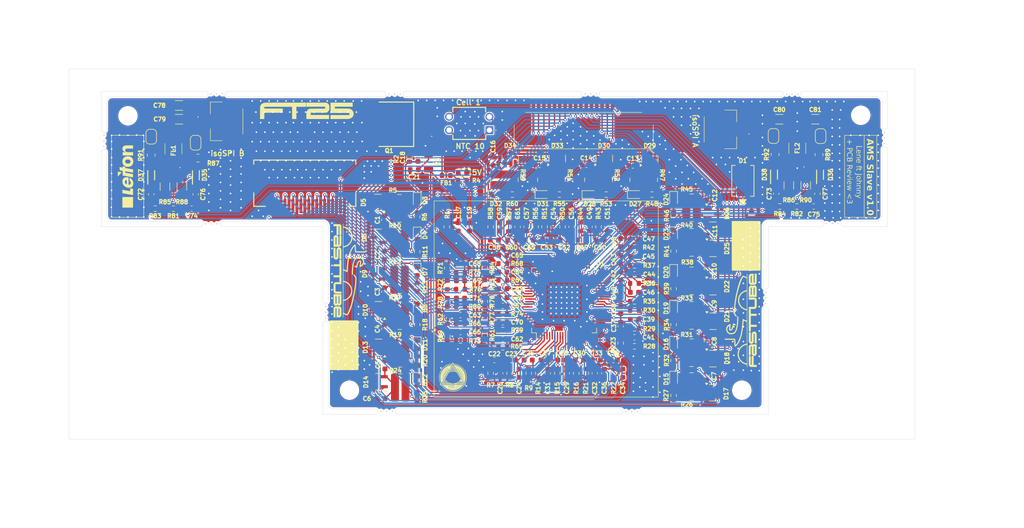
<source format=kicad_pcb>
(kicad_pcb
	(version 20240108)
	(generator "pcbnew")
	(generator_version "8.0")
	(general
		(thickness 1.6)
		(legacy_teardrops no)
	)
	(paper "A4")
	(layers
		(0 "F.Cu" signal)
		(1 "In1.Cu" signal)
		(2 "In2.Cu" signal)
		(31 "B.Cu" signal)
		(32 "B.Adhes" user "B.Adhesive")
		(33 "F.Adhes" user "F.Adhesive")
		(34 "B.Paste" user)
		(35 "F.Paste" user)
		(36 "B.SilkS" user "B.Silkscreen")
		(37 "F.SilkS" user "F.Silkscreen")
		(38 "B.Mask" user)
		(39 "F.Mask" user)
		(40 "Dwgs.User" user "User.Drawings")
		(41 "Cmts.User" user "User.Comments")
		(42 "Eco1.User" user "User.Eco1")
		(43 "Eco2.User" user "User.Eco2")
		(44 "Edge.Cuts" user)
		(45 "Margin" user)
		(46 "B.CrtYd" user "B.Courtyard")
		(47 "F.CrtYd" user "F.Courtyard")
		(48 "B.Fab" user)
		(49 "F.Fab" user)
		(50 "User.1" user)
		(51 "User.2" user)
		(52 "User.3" user)
		(53 "User.4" user)
		(54 "User.5" user)
		(55 "User.6" user)
		(56 "User.7" user)
		(57 "User.8" user)
		(58 "User.9" user)
	)
	(setup
		(stackup
			(layer "F.SilkS"
				(type "Top Silk Screen")
			)
			(layer "F.Paste"
				(type "Top Solder Paste")
			)
			(layer "F.Mask"
				(type "Top Solder Mask")
				(thickness 0.01)
			)
			(layer "F.Cu"
				(type "copper")
				(thickness 0.035)
			)
			(layer "dielectric 1"
				(type "prepreg")
				(thickness 0.1)
				(material "FR4")
				(epsilon_r 4.5)
				(loss_tangent 0.02)
			)
			(layer "In1.Cu"
				(type "copper")
				(thickness 0.035)
			)
			(layer "dielectric 2"
				(type "core")
				(thickness 1.24)
				(material "FR4")
				(epsilon_r 4.5)
				(loss_tangent 0.02)
			)
			(layer "In2.Cu"
				(type "copper")
				(thickness 0.035)
			)
			(layer "dielectric 3"
				(type "prepreg")
				(thickness 0.1)
				(material "FR4")
				(epsilon_r 4.5)
				(loss_tangent 0.02)
			)
			(layer "B.Cu"
				(type "copper")
				(thickness 0.035)
			)
			(layer "B.Mask"
				(type "Bottom Solder Mask")
				(thickness 0.01)
			)
			(layer "B.Paste"
				(type "Bottom Solder Paste")
			)
			(layer "B.SilkS"
				(type "Bottom Silk Screen")
			)
			(copper_finish "None")
			(dielectric_constraints no)
		)
		(pad_to_mask_clearance 0)
		(allow_soldermask_bridges_in_footprints no)
		(pcbplotparams
			(layerselection 0x00010fc_ffffffff)
			(plot_on_all_layers_selection 0x0000000_00000000)
			(disableapertmacros no)
			(usegerberextensions no)
			(usegerberattributes yes)
			(usegerberadvancedattributes yes)
			(creategerberjobfile no)
			(dashed_line_dash_ratio 12.000000)
			(dashed_line_gap_ratio 3.000000)
			(svgprecision 4)
			(plotframeref no)
			(viasonmask no)
			(mode 1)
			(useauxorigin yes)
			(hpglpennumber 1)
			(hpglpenspeed 20)
			(hpglpendiameter 15.000000)
			(pdf_front_fp_property_popups yes)
			(pdf_back_fp_property_popups yes)
			(dxfpolygonmode yes)
			(dxfimperialunits yes)
			(dxfusepcbnewfont yes)
			(psnegative no)
			(psa4output no)
			(plotreference yes)
			(plotvalue no)
			(plotfptext yes)
			(plotinvisibletext no)
			(sketchpadsonfab no)
			(subtractmaskfromsilk yes)
			(outputformat 1)
			(mirror no)
			(drillshape 0)
			(scaleselection 1)
			(outputdirectory "gerber/")
		)
	)
	(net 0 "")
	(net 1 "GND")
	(net 2 "Net-(U1-V+)")
	(net 3 "Net-(U1-DRIVE)")
	(net 4 "Net-(U1-VREF1)")
	(net 5 "+5V")
	(net 6 "/FilterBalancingNetwork/CB")
	(net 7 "/FilterBalancingNetwork/CB:A")
	(net 8 "/FilterBalancingNetwork/CA")
	(net 9 "/Cell 15{slash}16")
	(net 10 "/S16P")
	(net 11 "/S15P")
	(net 12 "/Cell 15{slash}14")
	(net 13 "/FilterBalancingNetwork1/CB:A")
	(net 14 "/FilterBalancingNetwork1/CB")
	(net 15 "/FilterBalancingNetwork1/CA")
	(net 16 "/S14P")
	(net 17 "/Cell 14{slash}13")
	(net 18 "/S13P")
	(net 19 "/Cell 13{slash}12")
	(net 20 "/FilterBalancingNetwork2/CB")
	(net 21 "/FilterBalancingNetwork2/CB:A")
	(net 22 "/FilterBalancingNetwork2/CA")
	(net 23 "/S12P")
	(net 24 "/Cell 12{slash}11")
	(net 25 "/S11P")
	(net 26 "/Cell 11{slash}10")
	(net 27 "/FilterBalancingNetwork3/CB")
	(net 28 "/FilterBalancingNetwork3/CB:A")
	(net 29 "/FilterBalancingNetwork3/CA")
	(net 30 "/Cell 10{slash}9")
	(net 31 "/S10P")
	(net 32 "/S9P")
	(net 33 "/Cell 9{slash}8")
	(net 34 "/FilterBalancingNetwork4/CB")
	(net 35 "/FilterBalancingNetwork4/CB:A")
	(net 36 "/FilterBalancingNetwork4/CA")
	(net 37 "/Cell 8{slash}7")
	(net 38 "/S8P")
	(net 39 "/Cell 7{slash}6")
	(net 40 "/S7P")
	(net 41 "/FilterBalancingNetwork5/CB:A")
	(net 42 "/FilterBalancingNetwork5/CB")
	(net 43 "/FilterBalancingNetwork5/CA")
	(net 44 "/Cell 6{slash}5")
	(net 45 "/S6P")
	(net 46 "/S5P")
	(net 47 "/Cell 5{slash}4")
	(net 48 "/FilterBalancingNetwork6/CB:A")
	(net 49 "/FilterBalancingNetwork6/CB")
	(net 50 "/FilterBalancingNetwork6/CA")
	(net 51 "/Cell 4{slash}3")
	(net 52 "/S4P")
	(net 53 "/S3P")
	(net 54 "/Cell 3{slash}2")
	(net 55 "/FilterBalancingNetwork7/CB")
	(net 56 "/FilterBalancingNetwork7/CB:A")
	(net 57 "/FilterBalancingNetwork7/CA")
	(net 58 "/Cell 2{slash}1")
	(net 59 "/S2P")
	(net 60 "/S1P")
	(net 61 "/NTC/V_out_1")
	(net 62 "/NTC/V_out_4")
	(net 63 "/NTC/V_out_7")
	(net 64 "/NTC/V_out_9")
	(net 65 "/NTC/V_out_2")
	(net 66 "/NTC/V_out_5")
	(net 67 "/NTC/V_out_10")
	(net 68 "/NTC/V_out_8")
	(net 69 "/NTC/V_out_3")
	(net 70 "/NTC/V_out_6")
	(net 71 "Clamp")
	(net 72 "/Cell 16")
	(net 73 "VBUS")
	(net 74 "+5V_NTC")
	(net 75 "unconnected-(U1-NC-Pad66)")
	(net 76 "/isoSPI/IPB")
	(net 77 "/isoSPI/IMA")
	(net 78 "/isoSPI/IMB")
	(net 79 "/isoSPI/IPA")
	(net 80 "Net-(C76-Pad2)")
	(net 81 "Net-(C77-Pad2)")
	(net 82 "Net-(J10-Pin_1)")
	(net 83 "Net-(JP1-B)")
	(net 84 "Net-(J10-Pin_2)")
	(net 85 "Net-(JP2-B)")
	(net 86 "Net-(JP3-B)")
	(net 87 "Net-(JP4-B)")
	(net 88 "Net-(D2-A)")
	(net 89 "Net-(D3-A)")
	(net 90 "Net-(D4-A)")
	(net 91 "Net-(D7-A)")
	(net 92 "Net-(D11-A)")
	(net 93 "Net-(D12-A)")
	(net 94 "/NTC/NTC2")
	(net 95 "/NTC/NTC3")
	(net 96 "/NTC/NTC1")
	(net 97 "/NTC/NTC6")
	(net 98 "/NTC/NTC4")
	(net 99 "/NTC/NTC5")
	(net 100 "/NTC/NTC9")
	(net 101 "/NTC/NTC7")
	(net 102 "/C2{slash}1_out")
	(net 103 "Net-(Q1-C)")
	(net 104 "Net-(D15-A)")
	(net 105 "Net-(D16-A)")
	(net 106 "Net-(D8-A)")
	(net 107 "Net-(D19-A)")
	(net 108 "Net-(D20-A)")
	(net 109 "Net-(D23-A)")
	(net 110 "Net-(D24-A)")
	(net 111 "Net-(D27-A)")
	(net 112 "Net-(D28-A)")
	(net 113 "Net-(D31-A)")
	(net 114 "Net-(D32-A)")
	(net 115 "Net-(D35-A2)")
	(net 116 "Net-(D36-A2)")
	(net 117 "Net-(D37-A2)")
	(net 118 "Net-(D38-A2)")
	(net 119 "Net-(JP1-A)")
	(net 120 "Net-(JP2-A)")
	(net 121 "Net-(JP3-A)")
	(net 122 "Net-(JP4-A)")
	(net 123 "Net-(Q1-E)")
	(net 124 "Net-(Q1-B)")
	(net 125 "/NTC/NTC8")
	(net 126 "NTC10_out")
	(net 127 "NTC10")
	(net 128 "Net-(J8-Pin_1)")
	(net 129 "Net-(J8-Pin_2)")
	(footprint "Capacitor_SMD:C_0603_1608Metric" (layer "F.Cu") (at 139.3 108.45 180))
	(footprint (layer "F.Cu") (at 86.25 74.75 90))
	(footprint "Resistor_SMD:R_0603_1608Metric" (layer "F.Cu") (at 161.6 121.9 90))
	(footprint "Resistor_SMD:R_0603_1608Metric" (layer "F.Cu") (at 139.3 119.45))
	(footprint "Capacitor_SMD:C_0603_1608Metric" (layer "F.Cu") (at 177.9 121.5 90))
	(footprint "Resistor_SMD:R_0603_1608Metric" (layer "F.Cu") (at 144.2 127.599999 90))
	(footprint "Resistor_SMD:R_0603_1608Metric" (layer "F.Cu") (at 158.8625 93.8 180))
	(footprint "Capacitor_SMD:C_0603_1608Metric" (layer "F.Cu") (at 116.9 105.3 -90))
	(footprint "Package_TO_SOT_SMD:SOT-23" (layer "F.Cu") (at 167.1 87.1 90))
	(footprint "Resistor_SMD:R_0603_1608Metric" (layer "F.Cu") (at 146 127.600001 90))
	(footprint "Resistor_SMD:R_0603_1608Metric" (layer "F.Cu") (at 164.2 103.8 180))
	(footprint "LED_SMD:LED_0603_1608Metric" (layer "F.Cu") (at 123.1 108.299999 -90))
	(footprint "Capacitor_SMD:C_0603_1608Metric" (layer "F.Cu") (at 122.55 89.1 180))
	(footprint "Resistor_SMD:R_1206_3216Metric" (layer "F.Cu") (at 196.6 92.05 90))
	(footprint "Capacitor_SMD:C_0603_1608Metric" (layer "F.Cu") (at 131.3 110.1 180))
	(footprint "Resistor_SMD:R_0603_1608Metric" (layer "F.Cu") (at 139.3 116.4))
	(footprint (layer "F.Cu") (at 105.8 115 180))
	(footprint "Package_TO_SOT_SMD:SOT-23" (layer "F.Cu") (at 115.6625 95.3 180))
	(footprint (layer "F.Cu") (at 119.95 74.8 90))
	(footprint "FaSTTUBe_logos:FTLogo_small" (layer "F.Cu") (at 184.3 117.6 90))
	(footprint "Resistor_SMD:R_0603_1608Metric" (layer "F.Cu") (at 73.55 96.45))
	(footprint "LED_SMD:LED_0603_1608Metric" (layer "F.Cu") (at 123.1 122.2 -90))
	(footprint "Resistor_SMD:R_0603_1608Metric" (layer "F.Cu") (at 140.4 99.9 -90))
	(footprint "Slave:DLW43SH101XK2L" (layer "F.Cu") (at 77 85.15 90))
	(footprint "Capacitor_SMD:C_0603_1608Metric" (layer "F.Cu") (at 152.3 99.9 90))
	(footprint "Slave:Balancing" (layer "F.Cu") (at 119.8 117.25 180))
	(footprint "Resistor_SMD:R_0603_1608Metric" (layer "F.Cu") (at 137 127.600001 90))
	(footprint (layer "F.Cu") (at 63.85 83.65 180))
	(footprint "Capacitor_SMD:C_0603_1608Metric" (layer "F.Cu") (at 137.7 125.1))
	(footprint "Capacitor_SMD:C_0603_1608Metric" (layer "F.Cu") (at 139.3 117.95 180))
	(footprint (layer "F.Cu") (at 118.85 74.8 90))
	(footprint "Resistor_SMD:R_0805_2012Metric" (layer "F.Cu") (at 81.65 86.9 180))
	(footprint "Jumper:SolderJumper-2_P1.3mm_Open_RoundedPad1.0x1.5mm" (layer "F.Cu") (at 81.2 84 90))
	(footprint "Slave:illuminati"
		(layer "F.Cu")
		(uuid "20998059-b057-4418-a5aa-f14ac78fedf3")
		(at 129.85 128.3)
		(property "Reference" "G***"
			(at 0 0 0)
			(layer "F.SilkS")
			(hide yes)
			(uuid "c68e5fd3-f700-4bd4-adbc-031273388dcf")
			(effects
				(font
					(size 1.5 1.5)
					(thickness 0.3)
				)
			)
		)
		(property "Value" "LOGO"
			(at 0.75 0 0)
			(layer "F.SilkS")
			(hide yes)
			(uuid "b163ef90-926c-4520-99a5-733037a6fb85")
			(effects
				(font
					(size 1.5 1.5)
					(thickness 0.3)
				)
			)
		)
		(property "Footprint" "Slave:illuminati"
			(at 0 0 0)
			(unlocked yes)
			(layer "F.Fab")
			(hide yes)
			(uuid "eae945ba-a4b4-474b-be02-438478b87b73")
			(effects
				(font
					(size 1.27 1.27)
				)
			)
		)
		(property "Datasheet" ""
			(at 0 0 0)
			(unlocked yes)
			(layer "F.Fab")
			(hide yes)
			(uuid "835a0fba-1b8a-40be-bdf9-f68d04afb878")
			(effects
				(font
					(size 1.27 1.27)
				)
			)
		)
		(property "Description" ""
			(at 0 0 0)
			(unlocked yes)
			(layer "F.Fab")
			(hide yes)
			(uuid "fda524db-4989-4af9-b0b2-0d65e27e4270")
			(effects
				(font
					(size 1.27 1.27)
				)
			)
		)
		(attr board_only exclude_from_pos_files exclude_from_bom)
		(fp_poly
			(pts
				(xy 0.015257 -2.323511) (xy 0.032802 -2.309948) (xy 0.054677 -2.282902) (xy 0.083633 -2.23874) (xy 0.122424 -2.173829)
				(xy 0.144827 -2.135136) (xy 0.184172 -2.066749) (xy 0.234577 -1.979115) (xy 0.292375 -1.878608)
				(xy 0.353902 -1.771603) (xy 0.415491 -1.664475) (xy 0.450715 -1.603199) (xy 0.497831 -1.521262)
				(xy 0.557304 -1.417884) (xy 0.626736 -1.297229) (xy 0.703731 -1.163461) (xy 0.785891 -1.020746)
				(xy 0.870819 -0.873247) (xy 0.956118 -0.72513) (xy 1.03939 -0.580558) (xy 1.041863 -0.576265) (xy 1.126651 -0.429044)
				(xy 1.214854 -0.275837) (xy 1.303854 -0.121191) (xy 1.391034 0.030342) (xy 1.473778 0.174215) (xy 1.549469 0.305878)
				(xy 1.615489 0.42078) (xy 1.666582 0.509773) (xy 1.729795 0.619887) (xy 1.794142 0.731884) (xy 1.856537 0.840402)
				(xy 1.913894 0.940074) (xy 1.963127 1.025537) (xy 2.001151 1.091424) (xy 2.005114 1.09828) (xy 2.048651 1.176314)
				(xy 2.081925 1.241613) (xy 2.103083 1.290273) (xy 2.110275 1.318386) (xy 2.110155 1.31992) (xy 2.105585 1.352007)
				(xy 0.006207 1.355752) (xy -0.240544 1.356123) (xy -0.47919 1.356348) (xy -0.708062 1.356432) (xy -0.925489 1.356379)
				(xy -1.129801 1.356194) (xy -1.319329 1.355883) (xy -1.492402 1.355449) (xy -1.64735 1.354898) (xy -1.782502 1.354236)
				(xy -1.89619 1.353465) (xy -1.986743 1.352592) (xy -2.05249 1.351622) (xy -2.091762 1.350559) (xy -2.103071 1.349595)
				(xy -2.107384 1.345355) (xy -2.110881 1.340807) (xy -2.112884 1.334719) (xy -2.112717 1.325864)
				(xy -2.109702 1.313009) (xy -2.103163 1.294927) (xy -2.092423 1.270387) (xy -2.076804 1.238159)
				(xy -2.058726 1.20303) (xy -1.931669 1.20303) (xy -1.925999 1.226838) (xy -1.920873 1.233812) (xy -1.899205 1.246622)
				(xy -1.865495 1.254394) (xy -1.828712 1.256889) (xy -1.797828 1.253867) (xy -1.781812 1.24509) (xy -1.782729 1.237493)
				(xy -1.802481 1.210928) (xy -1.830938 1.178445) (xy -1.860567 1.147946) (xy -1.883833 1.127333)
				(xy -1.891913 1.122979) (xy -1.904231 1.13514) (xy -1.919778 1.164681) (xy -1.92089 1.16732) (xy -1.931669 1.20303)
				(xy -2.058726 1.20303) (xy -2.055629 1.197013) (xy -2.028222 1.145719) (xy -1.993905 1.083049) (xy -1.959506 1.021253)
				(xy -1.833869 1.021253) (xy -1.719666 1.138608) (xy -1.669257 1.18986) (xy -1.63343 1.223487) (xy -1.606319 1.2432)
				(xy -1.582058 1.25271) (xy -1.554781 1.255726) (xy -1.534145 1.255963) (xy -1.492848 1.253215) (xy -1.467102 1.246214)
				(xy -1.462827 1.241187) (xy -1.472715 1.226827) (xy -1.47576 1.226411) (xy -1.490267 1.216443) (xy -1.521301 1.189058)
				(xy -1.564795 1.14803) (xy -1.616679 1.097135) (xy -1.636957 1.076794) (xy -1.785221 0.927177) (xy -1.809545 0.974215)
				(xy -1.833869 1.021253) (xy -1.959506 1.021253) (xy -1.952001 1.007771) (xy -1.901833 0.918656)
				(xy -1.842724 0.814474) (xy -1.839402 0.80865) (xy -1.707721 0.80865) (xy -1.705985 0.830367) (xy -1.690788 0.856562)
				(xy -1.659024 0.895852) (xy -1.657792 0.897311) (xy -1.56788 0.995763) (xy -1.465409 1.091735) (xy -1.366783 1.173612)
				(xy -1.316287 1.212924) (xy -1.280133 1.237116) (xy -1.249807 1.249799) (xy -1.216794 1.254586)
				(xy -1.174694 1.255106) (xy -1.126195 1.254366) (xy -1.103185 1.251781) (xy -1.101602 1.245335)
				(xy -1.117382 1.233011) (xy -1.122753 1.22933) (xy -1.340444 1.06278) (xy -1.526233 0.887514) (xy -1.578129 0.833867)
				(xy -1.622467 0.788825) (xy -1.655404 0.756236) (xy -1.673092 0.739945) (xy -1.674927 0.738802)
				(xy -1.684014 0.750872) (xy -1.698015 0.780189) (xy -1.699106 0.782797) (xy -1.707721 0.80865) (xy -1.839402 0.80865)
				(xy -1.773997 0.693996) (xy -1.734649 0.625278) (xy -1.597776 0.625278) (xy -1.589692 0.645854)
				(xy -1.569064 0.675173) (xy -1.533197 0.718707) (xy -1.508886 0.747305) (xy -1.378401 0.88665) (xy -1.236927 1.009673)
				(xy -1.077379 1.122146) (xy -0.966945 1.188729) (xy -0.909752 1.220614) (xy -0.86747 1.240354) (xy -0.829584 1.250864)
				(xy -0.785577 1.255059) (xy -0.724933 1.255853) (xy -0.724764 1.255853) (xy -0.670316 1.254587)
				(xy -0.631333 1.251109) (xy -0.613633 1.246062) (xy -0.613944 1.243629) (xy -0.617971 1.241399)
				(xy 0.618085 1.241399) (xy 0.626156 1.24994) (xy 0.663025 1.254655) (xy 0.721659 1.255963) (xy 0.794005 1.253809)
				(xy 0.84711 1.246198) (xy 0.851378 1.244761) (xy 1.101589 1.244761) (xy 1.104165 1.251494) (xy 1.127718 1.254438)
				(xy 1.173352 1.255305) (xy 1.222674 1.253994) (xy 1.259391 1.246374) (xy 1.262337 1.244881) (xy 1.46529 1.244881)
				(xy 1.475588 1.251191) (xy 1.507319 1.255204) (xy 1.533516 1.255963) (xy 1.566239 1.255188) (xy 1.591808 1.25037)
				(xy 1.592948 1.249779) (xy 1.773124 1.249779) (xy 1.785769 1.256638) (xy 1.816849 1.257627) (xy 1.856085 1.253857)
				(xy 1.893197 1.246441) (xy 1.917905 1.236487) (xy 1.920873 1.233812) (xy 1.931668 1.211129) (xy 1.926011 1.180482)
				(xy 1.92089 1.16732) (xy 1.90539 1.136893) (xy 1.892625 1.123057) (xy 1.891964 1.122979) (xy 1.877849 1.132975)
				(xy 1.851931 1.157798) (xy 1.821473 1.189697) (xy 1.79374 1.220919) (xy 1.775995 1.243716) (xy 1.773124 1.249779)
				(xy 1.592948 1.249779) (xy 1.616123 1.237768) (xy 1.645082 1.213641) (xy 1.684587 1.174248) (xy 1.719076 1.138305)
				(xy 1.831486 1.020648) (xy 1.80613 0.976469) (xy 1.780775 0.93229) (xy 1.625495 1.083044) (xy 1.570234 1.137105)
				(xy 1.522952 1.184136) (xy 1.487544 1.220203) (xy 1.467903 1.241373) (xy 1.46529 1.244881) (xy 1.262337 1.244881)
				(xy 1.295131 1.228261) (xy 1.341521 1.195473) (xy 1.343277 1.19416) (xy 1.385579 1.159933) (xy 1.437202 1.114266)
				(xy 1.494006 1.061294) (xy 1.551849 1.005156) (xy 1.606592 0.949987) (xy 1.654093 0.899924) (xy 1.690212 0.859105)
				(xy 1.710809 0.831665) (xy 1.71402 0.823769) (xy 1.706064 0.797929) (xy 1.690702 0.77119) (xy 1.680727 0.758376)
				(xy 1.670405 0.753238) (xy 1.655975 0.758379) (xy 1.633674 0.776402) (xy 1.599742 0.809911) (xy 1.550416 0.861508)
				(xy 1.531859 0.88111) (xy 1.466868 0.946432) (xy 1.394108 1.014218) (xy 1.323115 1.075841) (xy 1.270739 1.117336)
				(xy 1.215326 1.158399) (xy 1.166132 1.194897) (xy 1.129705 1.22197) (xy 1.115591 1.232499) (xy 1.101589 1.244761)
				(xy 0.851378 1.244761) (xy 0.891048 1.231405) (xy 0.905621 1.224467) (xy 1.054258 1.138454) (xy 1.204657 1.031674)
				(xy 1.348108 0.910994) (xy 1.475906 0.783283) (xy 1.501334 0.754602) (xy 1.609105 0.63003) (xy 1.584496 0.588372)
				(xy 1.565465 0.559869) (xy 1.552413 0.546802) (xy 1.551834 0.546713) (xy 1.539361 0.55741) (xy 1.514005 0.585595)
				(xy 1.481003 0.625414) (xy 1.477446 0.629859) (xy 1.381013 0.738864) (xy 1.26826 0.846537) (xy 1.144815 0.948738)
				(xy 1.016305 1.041326) (xy 0.888359 1.120163) (xy 0.766604 1.181109) (xy 0.687086 1.211223) (xy 0.638499 1.228628)
				(xy 0.618085 1.241399) (xy -0.617971 1.241399) (xy -0.6351 1.231913) (xy -0.673911 1.215399) (xy -0.701861 1.204908)
				(xy -0.787699 1.168798) (xy -0.886729 1.118312) (xy -0.989908 1.058537) (xy -1.088195 0.994562)
				(xy -1.13317 0.962222) (xy -1.191673 0.915194) (xy -1.258304 0.856399) (xy -1.327553 0.791262) (xy -1.39391 0.72521)
				(xy -1.451865 0.663668) (xy -1.495909 0.612062) (xy -1.513869 0.587348) (xy -1.539092 0.555208)
				(xy -1.559042 0.550709) (xy -1.579119 0.573933) (xy -1.58709 0.588463) (xy -1.596011 0.607971) (xy -1.597776 0.625278)
				(xy -1.734649 0.625278) (xy -1.694975 0.555991) (xy -1.624337 0.432947) (xy -1.470636 0.432947)
				(xy -1.463373 0.464956) (xy -1.444368 0.497526) (xy -1.413926 0.535124) (xy -1.372353 0.582221)
				(xy -1.352888 0.604475) (xy -1.190467 0.770005) (xy -1.011116 0.91187) (xy -0.816612 1.029057) (xy -0.608733 1.120554)
				(xy -0.389255 1.185348) (xy -0.302908 1.202806) (xy -0.193346 1.216574) (xy -0.066661 1.223427)
				(xy 0.065531 1.223343) (xy 0.191616 1.216296) (xy 0.289891 1.204045) (xy 0.509627 1.152086) (xy 0.720197 1.073391)
				(xy 0.91849 0.969567) (xy 1.101398 0.842221) (xy 1.252472 0.706623) (xy 1.322296 0.633129) (xy 1.382558 0.564247)
				(xy 1.430379 0.503668) (xy 1.462879 0.455086) (xy 1.47718 0.422193) (xy 1.477603 0.417851) (xy 1.470445 0.401262)
				(xy 1.449945 0.36173) (xy 1.417565 0.301887) (xy 1.374769 0.224368) (xy 1.323018 0.131806) (xy 1.263776 0.026832)
				(xy 1.198505 -0.087918) (xy 1.137755 -0.194002) (xy 1.068493 -0.314832) (xy 1.003972 -0.427889)
				(xy 0.945648 -0.530583) (xy 0.894979 -0.620324) (xy 0.853424 -0.694522) (xy 0.822438 -0.750588)
				(xy 0.803481 -0.785931) (xy 0.797906 -0.79784) (xy 0.784093 -0.822879) (xy 0.745483 -0.851676) (xy 0.686322 -0.88252)
				(xy 0.610855 -0.913704) (xy 0.523328 -0.943516) (xy 0.427986 -0.970249) (xy 0.329075 -0.992191)
				(xy 0.303697 -0.996831) (xy 0.186142 -1.011328) (xy 0.052075 -1.018092) (xy -0.086496 -1.017125)
				(xy -0.21756 -1.008427) (xy -0.303696 -0.996831) (xy -0.386681 -0.979761) (xy -0.473911 -0.957403)
				(xy -0.559104 -0.931828) (xy -0.635977 -0.905107) (xy -0.698248 -0.879313) (xy -0.739633 -0.856516)
				(xy -0.746871 -0.850724) (xy -0.769909 -0.822892) (xy -0.800068 -0.777689) (xy -0.831336 -0.724218)
				(xy -0.835435 -0.716637) (xy -0.862159 -0.667912) (xy -0.89989 -0.600791) (xy -0.944614 -0.522332)
				(xy -0.992321 -0.439589) (xy -1.020275 -0.391565) (xy -1.068852 -0.308273) (xy -1.12741 -0.207609)
				(xy -1.191171 -0.0978) (xy -1.255357 0.012924) (xy -1.315191 0.116333) (xy -1.320146 0.124909) (xy -1.376168 0.221144)
				(xy -1.418923 0.295597) (xy -1.448716 0.352736) (xy -1.465852 0.39703) (xy -1.470636 0.432947) (xy -1.624337 0.432947)
				(xy -1.60498 0.39923) (xy -1.503337 0.222483) (xy -1.389367 0.02452) (xy -1.262394 -0.195889) (xy -1.121741 -0.439973)
				(xy -1.034683 -0.591041) (xy -0.973419 -0.697419) (xy -0.904866 -0.816566) (xy -0.834656 -0.938683)
				(xy -0.787088 -1.021485) (xy -0.649191 -1.021485) (xy -0.64507 -1.019546) (xy -0.629526 -1.023964)
				(xy -0.594375 -1.035424) (xy -0.557042 -1.048086) (xy -0.400884 -1.090148) (xy -0.227221 -1.116676)
				(xy -0.04366 -1.127714) (xy 0.14219 -1.123304) (xy 0.32272 -1.103487) (xy 0.490323 -1.068307) (xy 0.57605 -1.041786)
				(xy 0.615435 -1.0297) (xy 0.641711 -1.025012) (xy 0.646748 -1.025999) (xy 0.644634 -1.042246) (xy 0.629156 -1.071937)
				(xy 0.606242 -1.106129) (xy 0.581823 -1.135883) (xy 0.56357 -1.151417) (xy 0.513499 -1.170299) (xy 0.43989 -1.187682)
				(xy 0.348744 -1.202958) (xy 0.246063 -1.215519) (xy 0.137847 -1.224755) (xy 0.030098 -1.230059)
				(xy -0.071185 -1.230822) (xy -0.159999 -1.226435) (xy -0.168422 -1.225644) (xy -0.256422 -1.21528)
				(xy -0.345081 -1.201948) (xy -0.427775 -1.186913) (xy -0.49788 -1.171441) (xy -0.548775 -1.156798)
				(xy -0.565974 -1.149663) (xy -0.588284 -1.131194) (xy -0.61244 -1.101444) (xy -0.633762 -1.068112)
				(xy -0.647572 -1.038894) (xy -0.649191 -1.021485) (xy -0.787088 -1.021485) (xy -0.768426 -1.053971)
				(xy -0.716101 -1.145142) (xy -0.632479 -1.290919) (xy -0.500043 -1.290919) (xy -0.489292 -1.286504)
				(xy -0.469139 -1.290313) (xy -0.437428 -1.297271) (xy -0.388152 -1.307374) (xy -0.339849 -1.316902)
				(xy -0.270792 -1.326071) (xy -0.179996 -1.332091) (xy -0.075098 -1.335033) (xy 0.036265 -1.334967)
				(xy 0.146455 -1.331963) (xy 0.247837 -1.326093) (xy 0.332772 -1.317427) (xy 0.37576 -1.310283) (xy 0.430676 -1.299602)
				(xy 0.473241 -1.292711) (xy 0.496259 -1.290728) (xy 0.498262 -1.291242) (xy 0.494876 -1.305957)
				(xy 0.479947 -1.33626) (xy 0.473232 -1.348012) (xy 0.454175 -1.376142) (xy 0.432387 -1.393685) (xy 0.399082 -1.405218)
				(xy 0.345473 -1.415316) (xy 0.343341 -1.415664) (xy 0.193253 -1.434247) (xy 0.038018 -1.443006)
				(xy -0.110161 -1.441515) (xy -0.199476 -1.434564) (xy -0.288314 -1.424362) (xy -0.352605 -1.415791)
				(xy -0.397188 -1.407345) (xy -0.426899 -1.397517) (xy -0.446578 -1.384801) (xy -0.461063 -1.36769)
				(xy -0.472283 -1.3496
... [2981903 chars truncated]
</source>
